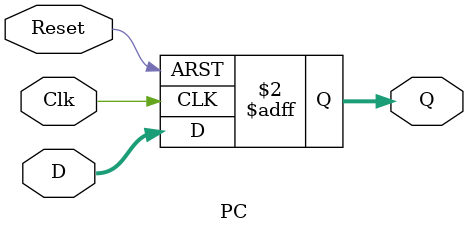
<source format=v>
module PC(input [31:0]D,
        input Clk,
        input Reset,
        output reg [31:0]Q);
    always@ (posedge Clk, posedge Reset)
        if(Reset)
            Q <= 0;
        else
            Q <= D;
endmodule
</source>
